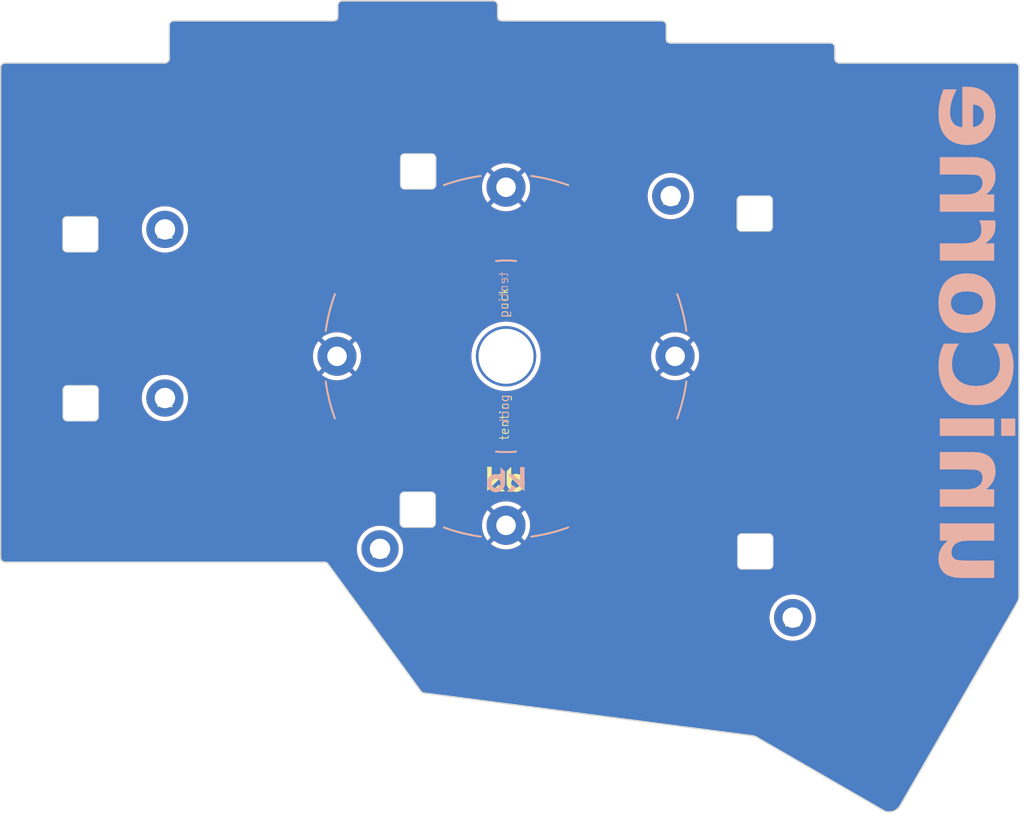
<source format=kicad_pcb>
(kicad_pcb (version 20221018) (generator pcbnew)
  (layers (0 "F.Cu" signal) (31 "B.Cu" signal) (34 "B.Paste" user) (35 "F.Paste" user) (36 "B.SilkS" user "B.Silkscreen") (37 "F.SilkS" user "F.Silkscreen") (38 "B.Mask" user) (39 "F.Mask" user) (44 "Edge.Cuts" user))
  (net 0 "")
  (net 1 "GND")
  (footprint "KBD_PARTS:M2_Hole_TH" (layer "F.Cu") (at 98.39 105.846905)
    (fp_text reference "H2" (at 0 0.5) (layer "F.SilkS"))
    (fp_text value "MountingHole")
    (pad "" thru_hole circle locked (at 0 0.003095) (size 4.2 4.2) (drill 2.3) (layers "*.Cu" "*.Mask"))
  )
  (footprint "KBD_PARTS:M2_Hole_TH" (layer "F.Cu") (at 122.63 122.846905)
    (fp_text reference "H4" (at 0 0.5) (layer "F.SilkS"))
    (fp_text value "MountingHole")
    (pad "" thru_hole circle locked (at 0 0) (size 4.2 4.2) (drill 2.3) (layers "*.Cu" "*.Mask"))
  )
  (footprint "KBD_PARTS:M2_Hole_TH" (layer "F.Cu") (at 98.39 86.846905)
    (fp_text reference "H1" (at 0 0.5) (layer "F.SilkS"))
    (fp_text value "MountingHole")
    (pad "" thru_hole circle locked (at 0 0) (size 4.2 4.2) (drill 2.3) (layers "*.Cu" "*.Mask"))
  )
  (footprint "KBD_PARTS:M2_Hole_TH" (layer "F.Cu") (at 169.13 130.596905)
    (fp_text reference "H3" (at 0 0.5) (layer "F.SilkS"))
    (fp_text value "MountingHole")
    (pad "" thru_hole circle locked (at 0 0) (size 4.2 4.2) (drill 2.3) (layers "*.Cu" "*.Mask"))
  )
  (footprint "KBD_PARTS:M2_Hole_TH" (layer "F.Cu") (at 155.39 83.096905)
    (fp_text reference "H5" (at 0 0.5) (layer "F.SilkS"))
    (fp_text value "MountingHole")
    (pad "" thru_hole circle locked (at 0 0) (size 4.2 4.2) (drill 2.3) (layers "*.Cu" "*.Mask"))
  )
  (footprint "PCM_marbastlib-various:SplitkbTentingPuck" (layer "F.Cu") (at 136.83 101.146905)
    (fp_text reference "J3")
    (fp_text value "Tenting Puck")
    (fp_text user "puck" (at -0.1905 6.0325 90 unlocked) (layer "B.SilkS") (effects (font (thickness 0.1)) (justify mirror)))
    (fp_text user "tenting" (at -0.254 -6.9215 90) (layer "B.SilkS") (effects (font (thickness 0.1)) (justify mirror)))
    (fp_text user "tenting" (at -0.1905 6.858 90) (layer "F.SilkS") (effects (font (thickness 0.1))))
    (fp_text user "puck" (at -0.254 -6.0325 90) (layer "F.SilkS") (effects (font (thickness 0.1))))
    (fp_arc (start -20.32 -2.8575) (mid -19.91151 -4.959784) (end -19.286136 -7.008044) (stroke (width 0.2)) (layer "B.SilkS"))
    (fp_arc (start -19.286135 7.008046) (mid -19.91151 4.959785) (end -20.32 2.8575) (stroke (width 0.2)) (layer "B.SilkS"))
    (fp_arc (start -7.008046 -19.286135) (mid -4.959785 -19.91151) (end -2.8575 -20.32) (stroke (width 0.2)) (layer "B.SilkS"))
    (fp_arc (start -2.8575 20.32) (mid -4.959785 19.91151) (end -7.008045 19.286135) (stroke (width 0.2)) (layer "B.SilkS"))
    (fp_arc (start -1.128385 -10.735864) (mid -0.564967 -10.780206) (end 0 -10.795) (stroke (width 0.2)) (layer "B.SilkS"))
    (fp_arc (start 0 -10.795) (mid 0.564967 -10.780206) (end 1.128385 -10.735864) (stroke (width 0.2)) (layer "B.SilkS"))
    (fp_arc (start 0 10.795) (mid -0.564967 10.780206) (end -1.128385 10.735864) (stroke (width 0.2)) (layer "B.SilkS"))
    (fp_arc (start 1.128385 10.735864) (mid 0.564967 10.780206) (end 0 10.795) (stroke (width 0.2)) (layer "B.SilkS"))
    (fp_arc (start 2.8575 -20.32) (mid 4.959787 -19.91151) (end 7.008049 -19.286134) (stroke (width 0.2)) (layer "B.SilkS"))
    (fp_arc (start 7.008045 19.286135) (mid 4.959785 19.91151) (end 2.8575 20.32) (stroke (width 0.2)) (layer "B.SilkS"))
    (fp_arc (start 19.286134 -7.008048) (mid 19.91151 -4.959786) (end 20.32 -2.8575) (stroke (width 0.2)) (layer "B.SilkS"))
    (fp_arc (start 20.32 2.8575) (mid 19.91151 4.959786) (end 19.286134 7.008048) (stroke (width 0.2)) (layer "B.SilkS"))
    (fp_poly (pts (xy 1.584498 14.118044) (xy 0.781552 13.315344) (xy 0.493184 13.318438) (xy 0.204816 13.321531) (xy 1.05204 14.181668) (xy 1.169965 14.301391) (xy 1.284764 14.41794) (xy 1.395218 14.53008) (xy 1.50011 14.636573) (xy 1.598222 14.736184) (xy 1.688337 14.827677) (xy 1.769236 14.909814) (xy 1.839703 14.981359) (xy 1.898519 15.041077) (xy 1.944466 15.087731) (xy 1.976327 15.120084) (xy 1.990108 15.13408) (xy 2.080952 15.226356) (xy 2.080952 12.484486) (xy 1.584498 12.484486) (xy 1.584498 14.118044)) (stroke (width 0.01)) (fill solid) (layer "B.SilkS"))
    (fp_poly (pts (xy 0.777718 14.524575) (xy 0.755015 14.547438) (xy 0.720536 14.582969) (xy 0.676267 14.629061) (xy 0.6242 14.683607) (xy 0.566321 14.744501) (xy 0.504622 14.809636) (xy 0.441089 14.876906) (xy 0.377714 14.944204) (xy 0.316484 15.009423) (xy 0.259388 15.070458) (xy 0.208416 15.125201) (xy 0.165556 15.171546) (xy 0.132798 15.207386) (xy 0.11213 15.230615) (xy 0.109837 15.233306) (xy 0.081536 15.266941) (xy 0.70155 15.266941) (xy 0.8749 15.090872) (xy 0.928642 15.036129) (xy 0.978925 14.984616) (xy 1.022741 14.939436) (xy 1.057087 14.90369) (xy 1.078955 14.880481) (xy 1.082132 14.876989) (xy 1.116014 14.839174) (xy 0.954979 14.67783) (xy 0.905266 14.628375) (xy 0.861042 14.58505) (xy 0.824895 14.550337) (xy 0.799413 14.526717) (xy 0.787184 14.516669) (xy 0.786653 14.516486) (xy 0.777718 14.524575)) (stroke (width 0.01)) (fill solid) (layer "B.SilkS"))
    (fp_poly (pts (xy -0.620536 12.983827) (xy -0.620728 13.088067) (xy -0.621217 13.184812) (xy -0.621967 13.271698) (xy -0.622943 13.34636) (xy -0.624112 13.406435) (xy -0.625439 13.449558) (xy -0.626888 13.473365) (xy -0.627796 13.477395) (xy -0.640227 13.471081) (xy -0.665073 13.454738) (xy -0.689207 13.437536) (xy -0.803904 13.366814) (xy -0.92612 13.31771) (xy -1.056503 13.290034) (xy -1.195704 13.283596) (xy -1.213516 13.284264) (xy -1.303151 13.290816) (xy -1.379634 13.302753) (xy -1.451286 13.322245) (xy -1.526424 13.351462) (xy -1.596275 13.384101) (xy -1.724208 13.459394) (xy -1.837128 13.551374) (xy -1.934022 13.658363) (xy -2.01388 13.778688) (xy -2.07569 13.910673) (xy -2.118442 14.052642) (xy -2.141123 14.202921) (xy -2.144684 14.292591) (xy -2.134393 14.445069) (xy -2.103037 14.589633) (xy -2.049892 14.728869) (xy -1.992637 14.835788) (xy -1.906925 14.956081) (xy -1.805312 15.06093) (xy -1.689979 15.149252) (xy -1.563104 15.219966) (xy -1.426868 15.271989) (xy -1.283449 15.304242) (xy -1.135028 15.315641) (xy -1.034782 15.311158) (xy -0.890174 15.286277) (xy -0.749606 15.240002) (xy -0.616433 15.174023) (xy -0.494013 15.090026) (xy -0.385701 14.9897) (xy -0.377307 14.980534) (xy -0.296176 14.876414) (xy -0.226484 14.758232) (xy -0.171318 14.632369) (xy -0.133765 14.505209) (xy -0.124896 14.458759) (xy -0.122283 14.430364) (xy -0.119938 14.380292) (xy -0.118469 14.329958) (xy -0.614807 14.329958) (xy -0.625379 14.427507) (xy -0.655811 14.521526) (xy -0.684465 14.575671) (xy -0.751399 14.663954) (xy -0.83088 14.734831) (xy -0.920312 14.787324) (xy -1.017098 14.820456) (xy -1.118639 14.83325) (xy -1.22234 14.824729) (xy -1.295167 14.805441) (xy -1.338164 14.789355) (xy -1.379069 14.771995) (xy -1.395236 14.764219) (xy -1.440522 14.733215) (xy -1.489845 14.687021) (xy -1.537902 14.631565) (xy -1.579387 14.572771) (xy -1.600875 14.534444) (xy -1.621056 14.490198) (xy -1.633701 14.45159) (xy -1.641058 14.409298) (xy -1.645376 14.353995) (xy -1.645658 14.348705) (xy -1.64229 14.24146) (xy -1.619434 14.143568) (xy -1.575782 14.050145) (xy -1.558012 14.021616) (xy -1.49347 13.943712) (xy -1.414653 13.881542) (xy -1.325017 13.836046) (xy -1.228018 13.808168) (xy -1.127114 13.798848) (xy -1.025762 13.80903) (xy -0.927416 13.839655) (xy -0.913413 13.845941) (xy -0.825461 13.89889) (xy -0.751471 13.967104) (xy -0.692428 14.04745) (xy -0.649315 14.136797) (xy -0.623113 14.23201) (xy -0.614807 14.329958) (xy -0.118469 14.329958) (xy -0.117885 14.309955) (xy -0.116146 14.220766) (xy -0.114743 14.114137) (xy -0.113699 13.991481) (xy -0.113035 13.854209) (xy -0.112774 13.703735) (xy -0.112771 13.691999) (xy -0.112684 13.000285) (xy -0.620388 12.490259) (xy -0.620536 12.983827)) (stroke (width 0.01)) (fill solid) (layer "B.SilkS"))
    (fp_arc (start -20.32 -2.8575) (mid -19.91151 -4.959786) (end -19.286134 -7.008048) (stroke (width 0.2)) (layer "F.SilkS"))
    (fp_arc (start -19.286134 7.008047) (mid -19.91151 4.959786) (end -20.32 2.8575) (stroke (width 0.2)) (layer "F.SilkS"))
    (fp_arc (start -7.008048 -19.286134) (mid -4.959786 -19.91151) (end -2.8575 -20.32) (stroke (width 0.2)) (layer "F.SilkS"))
    (fp_arc (start -2.8575 20.32) (mid -4.959785 19.91151) (end -7.008046 19.286135) (stroke (width 0.2)) (layer "F.SilkS"))
    (fp_arc (start -1.128385 -10.735864) (mid -0.564967 -10.780206) (end 0 -10.795) (stroke (width 0.2)) (layer "F.SilkS"))
    (fp_arc (start 0 -10.795) (mid 0.564967 -10.780206) (end 1.128385 -10.735864) (stroke (width 0.2)) (layer "F.SilkS"))
    (fp_arc (start 0 10.795) (mid -0.564967 10.780206) (end -1.128385 10.735864) (stroke (width 0.2)) (layer "F.SilkS"))
    (fp_arc (start 1.128385 10.735864) (mid 0.564967 10.780206) (end 0 10.795) (stroke (width 0.2)) (layer "F.SilkS"))
    (fp_arc (start 2.8575 -20.32) (mid 4.959786 -19.91151) (end 7.008047 -19.286134) (stroke (width 0.2)) (layer "F.SilkS"))
    (fp_arc (start 7.008047 19.286134) (mid 4.959786 19.91151) (end 2.8575 20.32) (stroke (width 0.2)) (layer "F.SilkS"))
    (fp_arc (start 19.286135 -7.008045) (mid 19.91151 -4.959785) (end 20.32 -2.8575) (stroke (width 0.2)) (layer "F.SilkS"))
    (fp_arc (start 20.32 2.8575) (mid 19.91151 4.959785) (end 19.286135 7.008046) (stroke (width 0.2)) (layer "F.SilkS"))
    (fp_poly (pts (xy -1.626755 14.081867) (xy -0.823809 13.279167) (xy -0.535441 13.282261) (xy -0.247073 13.285354) (xy -1.094297 14.145491) (xy -1.212222 14.265214) (xy -1.327021 14.381763) (xy -1.437475 14.493903) (xy -1.542367 14.600396) (xy -1.640479 14.700007) (xy -1.730594 14.7915) (xy -1.811493 14.873637) (xy -1.88196 14.945182) (xy -1.940776 15.0049) (xy -1.986723 15.051554) (xy -2.018584 15.083907) (xy -2.032365 15.097903) (xy -2.123209 15.190179) (xy -2.123209 12.448309) (xy -1.626755 12.448309) (xy -1.626755 14.081867)) (stroke (width 0.01)) (fill solid) (layer "F.SilkS"))
    (fp_poly (pts (xy -0.819975 14.488398) (xy -0.797272 14.511261) (xy -0.762793 14.546792) (xy -0.718524 14.592884) (xy -0.666457 14.64743) (xy -0.608578 14.708324) (xy -0.546879 14.773459) (xy -0.483346 14.840729) (xy -0.419971 14.908027) (xy -0.358741 14.973246) (xy -0.301645 15.034281) (xy -0.250673 15.089024) (xy -0.207813 15.135369) (xy -0.175055 15.171209) (xy -0.154387 15.194438) (xy -0.152094 15.197129) (xy -0.123793 15.230764) (xy -0.743807 15.230764) (xy -0.917157 15.054695) (xy -0.970899 14.999952) (xy -1.021182 14.948439) (xy -1.064998 14.903259) (xy -1.099344 14.867513) (xy -1.121212 14.844304) (xy -1.124389 14.840812) (xy -1.158271 14.802997) (xy -0.997236 14.641653) (xy -0.947523 14.592198) (xy -0.903299 14.548873) (xy -0.867152 14.51416) (xy -0.84167 14.49054) (xy -0.829441 14.480492) (xy -0.82891 14.480309) (xy -0.819975 14.488398)) (stroke (width 0.01)) (fill solid) (layer "F.SilkS"))
    (fp_poly (pts (xy 0.578279 12.94765) (xy 0.578471 13.05189) (xy 0.57896 13.148635) (xy 0.57971 13.235521) (xy 0.580686 13.310183) (xy 0.581855 13.370258) (xy 0.583182 13.413381) (xy 0.584631 13.437188) (xy 0.585539 13.441218) (xy 0.59797 13.434904) (xy 0.622816 13.418561) (xy 0.64695 13.401359) (xy 0.761647 13.330637) (xy 0.883863 13.281533) (xy 1.014246 13.253857) (xy 1.153447 13.247419) (xy 1.171259 13.248087) (xy 1.260894 13.254639) (xy 1.337377 13.266576) (xy 1.409029 13.286068) (xy 1.484167 13.315285) (xy 1.554018 13.347924) (xy 1.681951 13.423217) (xy 1.794871 13.515197) (xy 1.891765 13.622186) (xy 1.971623 13.742511) (xy 2.033433 13.874496) (xy 2.076185 14.016465) (xy 2.098866 14.166744) (xy 2.102427 14.256414) (xy 2.092136 14.408892) (xy 2.06078 14.553456) (xy 2.007635 14.692692) (xy 1.95038 14.799611) (xy 1.864668 14.919904) (xy 1.763055 15.024753) (xy 1.647722 15.113075) (xy 1.520847 15.183789) (xy 1.384611 15.235812) (xy 1.241192 15.268065) (xy 1.092771 15.279464) (xy 0.992525 15.274981) (xy 0.847917 15.2501) (xy 0.707349 15.203825) (xy 0.574176 15.137846) (xy 0.451756 15.053849) (xy 0.343444 14.953523) (xy 0.33505 14.944357) (xy 0.253919 14.840237) (xy 0.184227 14.722055) (xy 0.129061 14.596192) (xy 0.091508 14.469032) (xy 0.082639 14.422582) (xy 0.080026 14.394187) (xy 0.077681 14.344115) (xy 0.076212 14.293781) (xy 0.57255 14.293781) (xy 0.583122 14.39133) (xy 0.613554 14.485349) (xy 0.642208 14.539494) (xy 0.709142 14.627777) (xy 0.788623 14.698654) (xy 0.878055 14.751147) (xy 0.974841 14.784279) (xy 1.076382 14.797073) (xy 1.180083 14.788552) (xy 1.25291 14.769264) (xy 1.295907 14.753178) (xy 1.336812 14.735818) (xy 1.352979 14.728042) (xy 1.398265 14.697038) (xy 1.447588 14.650844) (xy 1.495645 14.595388) (xy 1.53713 14.536594) (xy 1.558618 14.498267) (xy 1.578799 14.454021) (xy 1.591444 14.415413) (xy 1.598801 14.373121) (xy 1.603119 14.317818) (xy 1.603401 14.312528) (xy 1.600033 14.205283) (xy 1.577177 14.107391) (xy 1.533525 14.013968) (xy 1.515755 13.985439) (xy 1.451213 13.907535) (xy 1.372396 13.845365) (xy 1.28276 13.799869) (xy 1.185761 13.771991) (xy 1.084857 13.762671) (xy 0.983505 13.772853) (xy 0.885159 13.803478) (xy 0.871156 13.809764) (xy 0.783204 13.862713) (xy 0.709214 13.930927) (xy 0.650171 14.011273) (xy 0.607058 14.10062) (xy 0.580856 14.195833) (xy 0.57255 14.293781) (xy 0.076212 14.293781) (xy 0.075628 14.273778) (xy 0.073889 14.184589) (xy 0.072486 14.07796) (xy 0.071442 13.955304) (xy 0.070778 13.818032) (xy 0.070517 13.667558) (xy 0.070514 13.655822) (xy 0.070427 12.964108) (xy 0.578131 12.454082) (xy 0.578279 12.94765)) (stroke (width 0.01)) (fill solid) (layer "F.SilkS"))
    (pad "" thru_hole circle locked (at 0 0) (size 6.8 6.8) (drill 6.2) (layers "*.Cu" "*.Mask"))
    (pad "1" thru_hole circle locked (at -19.05 0) (size 4.4 4.4) (drill 2.2) (layers "*.Cu" "*.Mask") (net 1 "GND"))
    (pad "1" thru_hole circle locked (at 0 -19.05) (size 4.4 4.4) (drill 2.2) (layers "*.Cu" "*.Mask") (net 1 "GND"))
    (pad "1" thru_hole circle locked (at 0 19.05) (size 4.4 4.4) (drill 2.2) (layers "*.Cu" "*.Mask") (net 1 "GND"))
    (pad "1" thru_hole circle locked (at 19.05 0) (size 4.4 4.4) (drill 2.2) (layers "*.Cu" "*.Mask") (net 1 "GND"))
  )
  (gr_line (start 87.346567 89.397697) (end 90.370385 89.397697) (stroke (width 0.1)) (layer "Edge.Cuts"))
  (gr_line (start 117.88 61.596905) (end 117.88 62.846905) (stroke (width 0.15)) (layer "Edge.Cuts"))
  (gr_line (start 163.346567 87.066309) (end 166.370385 87.066309) (stroke (width 0.1)) (layer "Edge.Cuts"))
  (gr_line (start 128.880792 119.950338) (end 128.880792 116.925132) (stroke (width 0.1)) (layer "Edge.Cuts"))
  (gr_line (start 154.88 65.346905) (end 154.88 63.846905) (stroke (width 0.15)) (layer "Edge.Cuts"))
  (gr_line (start 166.860792 86.580338) (end 166.860792 83.555132) (stroke (width 0.1)) (layer "Edge.Cuts"))
  (gr_arc (start 166.433433 121.132084) (mid 166.774244 121.279726) (end 166.910792 121.625132) (stroke (width 0.1)) (layer "Edge.Cuts"))
  (gr_arc (start 98.88 63.846905) (mid 99.026447 63.493352) (end 99.38 63.346905) (stroke (width 0.15)) (layer "Edge.Cuts"))
  (gr_arc (start 174.38 68.096905) (mid 174.026447 67.950458) (end 173.88 67.596905) (stroke (width 0.15)) (layer "Edge.Cuts"))
  (gr_arc (start 124.926567 78.792084) (mid 125.074435 78.450322) (end 125.420204 78.312084) (stroke (width 0.1)) (layer "Edge.Cuts"))
  (gr_line (start 90.860792 88.911726) (end 90.860792 85.88652) (stroke (width 0.1)) (layer "Edge.Cuts"))
  (gr_line (start 116.73 124.496905) (end 127.28 138.946905) (stroke (width 0.15)) (layer "Edge.Cuts"))
  (gr_arc (start 128.880792 119.950338) (mid 128.735347 120.293993) (end 128.390385 120.436309) (stroke (width 0.1)) (layer "Edge.Cuts"))
  (gr_line (start 86.906567 104.912084) (end 86.906567 107.945902) (stroke (width 0.1)) (layer "Edge.Cuts"))
  (gr_arc (start 194.13 68.096905) (mid 194.483553 68.243352) (end 194.63 68.596905) (stroke (width 0.15)) (layer "Edge.Cuts"))
  (gr_line (start 124.926567 78.792084) (end 124.926567 81.825902) (stroke (width 0.1)) (layer "Edge.Cuts"))
  (gr_arc (start 86.866567 85.873472) (mid 87.014435 85.53171) (end 87.360204 85.393472) (stroke (width 0.1)) (layer "Edge.Cuts"))
  (gr_line (start 90.900792 107.950338) (end 90.900792 104.925132) (stroke (width 0.1)) (layer "Edge.Cuts"))
  (gr_line (start 166.383433 83.062084) (end 163.360204 83.062084) (stroke (width 0.1)) (layer "Edge.Cuts"))
  (gr_arc (start 155.38 65.846905) (mid 155.026447 65.700458) (end 154.88 65.346905) (stroke (width 0.15)) (layer "Edge.Cuts"))
  (gr_line (start 162.866567 83.542084) (end 162.866567 86.575902) (stroke (width 0.1)) (layer "Edge.Cuts"))
  (gr_arc (start 166.383433 83.062084) (mid 166.725167 83.209566) (end 166.863433 83.555132) (stroke (width 0.1)) (layer "Edge.Cuts"))
  (gr_line (start 98.38 68.096905) (end 80.38 68.096905) (stroke (width 0.15)) (layer "Edge.Cuts"))
  (gr_line (start 117.38 63.346905) (end 99.38 63.346905) (stroke (width 0.15)) (layer "Edge.Cuts"))
  (gr_arc (start 194.63 128.071905) (mid 194.575218 128.523573) (end 194.402764 128.944601) (stroke (width 0.15)) (layer "Edge.Cuts"))
  (gr_arc (start 125.366567 120.436309) (mid 125.025 120.290517) (end 124.886567 119.945902) (stroke (width 0.1)) (layer "Edge.Cuts"))
  (gr_line (start 135.88 62.846905) (end 135.88 61.596905) (stroke (width 0.15)) (layer "Edge.Cuts"))
  (gr_line (start 86.866567 85.873472) (end 86.866567 88.90729) (stroke (width 0.1)) (layer "Edge.Cuts"))
  (gr_arc (start 135.38 61.096905) (mid 135.733553 61.243352) (end 135.88 61.596905) (stroke (width 0.15)) (layer "Edge.Cuts"))
  (gr_arc (start 127.63 139.096905) (mid 127.438658 139.058845) (end 127.276447 138.950458) (stroke (width 0.15)) (layer "Edge.Cuts"))
  (gr_line (start 181.18 151.871905) (end 194.405 128.946905) (stroke (width 0.15)) (layer "Edge.Cuts"))
  (gr_line (start 128.403433 116.432084) (end 125.380204 116.432084) (stroke (width 0.1)) (layer "Edge.Cuts"))
  (gr_arc (start 80.38 124.346905) (mid 80.026447 124.200458) (end 79.88 123.846905) (stroke (width 0.15)) (layer "Edge.Cuts"))
  (gr_arc (start 164.300556 143.867249) (mid 164.630952 143.916054) (end 164.955 143.996905) (stroke (width 0.15)) (layer "Edge.Cuts"))
  (gr_line (start 98.88 63.846905) (end 98.88 67.596905) (stroke (width 0.15)) (layer "Edge.Cuts"))
  (gr_line (start 173.38 65.846905) (end 155.38 65.846905) (stroke (width 0.15)) (layer "Edge.Cuts"))
  (gr_arc (start 128.920792 81.830338) (mid 128.775347 82.173993) (end 128.430385 82.316309) (stroke (width 0.1)) (layer "Edge.Cuts"))
  (gr_line (start 124.886567 116.912084) (end 124.886567 119.945902) (stroke (width 0.1)) (layer "Edge.Cuts"))
  (gr_arc (start 90.900792 107.950338) (mid 90.755347 108.293993) (end 90.410385 108.436309) (stroke (width 0.1)) (layer "Edge.Cuts"))
  (gr_line (start 116.38 124.346905) (end 80.38 124.346905) (stroke (width 0.15)) (layer "Edge.Cuts"))
  (gr_line (start 127.63 139.096905) (end 164.300556 143.867249) (stroke (width 0.15)) (layer "Edge.Cuts"))
  (gr_line (start 163.396567 125.136309) (end 166.420385 125.136309) (stroke (width 0.1)) (layer "Edge.Cuts"))
  (gr_arc (start 116.38 124.346905) (mid 116.571342 124.384965) (end 116.733553 124.493352) (stroke (width 0.15)) (layer "Edge.Cuts"))
  (gr_arc (start 154.38 63.346905) (mid 154.733553 63.493352) (end 154.88 63.846905) (stroke (width 0.15)) (layer "Edge.Cuts"))
  (gr_arc (start 125.406567 82.316309) (mid 125.065 82.170517) (end 124.926567 81.825902) (stroke (width 0.1)) (layer "Edge.Cuts"))
  (gr_arc (start 124.886567 116.912084) (mid 125.034435 116.570322) (end 125.380204 116.432084) (stroke (width 0.1)) (layer "Edge.Cuts"))
  (gr_arc (start 163.346567 87.066309) (mid 163.005 86.920517) (end 162.866567 86.575902) (stroke (width 0.1)) (layer "Edge.Cuts"))
  (gr_arc (start 87.386567 108.436309) (mid 87.045 108.290517) (end 86.906567 107.945902) (stroke (width 0.1)) (layer "Edge.Cuts"))
  (gr_arc (start 117.88 62.846905) (mid 117.733553 63.200458) (end 117.38 63.346905) (stroke (width 0.15)) (layer "Edge.Cuts"))
  (gr_arc (start 87.346567 89.397697) (mid 87.005 89.251905) (end 86.866567 88.90729) (stroke (width 0.1)) (layer "Edge.Cuts"))
  (gr_arc (start 163.396567 125.136309) (mid 163.055 124.990517) (end 162.916567 124.645902) (stroke (width 0.1)) (layer "Edge.Cuts"))
  (gr_line (start 194.13 68.096905) (end 174.38 68.096905) (stroke (width 0.15)) (layer "Edge.Cuts"))
  (gr_arc (start 162.866567 83.542084) (mid 163.014435 83.200322) (end 163.360204 83.062084) (stroke (width 0.1)) (layer "Edge.Cuts"))
  (gr_arc (start 136.38 63.346905) (mid 136.026447 63.200458) (end 135.88 62.846905) (stroke (width 0.15)) (layer "Edge.Cuts"))
  (gr_arc (start 173.38 65.846905) (mid 173.733553 65.993352) (end 173.88 66.346905) (stroke (width 0.15)) (layer "Edge.Cuts"))
  (gr_line (start 79.88 68.596905) (end 79.88 123.846905) (stroke (width 0.15)) (layer "Edge.Cuts"))
  (gr_line (start 90.383433 85.393472) (end 87.360204 85.393472) (stroke (width 0.1)) (layer "Edge.Cuts"))
  (gr_line (start 128.920792 81.830338) (end 128.920792 78.805132) (stroke (width 0.1)) (layer "Edge.Cuts"))
  (gr_line (start 128.443433 78.312084) (end 125.420204 78.312084) (stroke (width 0.1)) (layer "Edge.Cuts"))
  (gr_arc (start 90.860792 88.911726) (mid 90.715351 89.255384) (end 90.370385 89.397697) (stroke (width 0.1)) (layer "Edge.Cuts"))
  (gr_arc (start 128.443433 78.312084) (mid 128.784244 78.459726) (end 128.920792 78.805132) (stroke (width 0.1)) (layer "Edge.Cuts"))
  (gr_line (start 154.38 63.346905) (end 136.38 63.346905) (stroke (width 0.15)) (layer "Edge.Cuts"))
  (gr_line (start 87.386567 108.436309) (end 90.410385 108.436309) (stroke (width 0.1)) (layer "Edge.Cuts"))
  (gr_line (start 135.38 61.096905) (end 118.38 61.096905) (stroke (width 0.15)) (layer "Edge.Cuts"))
  (gr_arc (start 128.403433 116.432084) (mid 128.744244 116.579726) (end 128.880792 116.925132) (stroke (width 0.1)) (layer "Edge.Cuts"))
  (gr_arc (start 181.172949 151.875488) (mid 180.307399 152.460121) (end 179.28 152.271905) (stroke (width 0.15)) (layer "Edge.Cuts"))
  (gr_arc (start 90.383433 85.393472) (mid 90.724241 85.541117) (end 90.860792 85.88652) (stroke (width 0.1)) (layer "Edge.Cuts"))
  (gr_line (start 125.366567 120.436309) (end 128.390385 120.436309) (stroke (width 0.1)) (layer "Edge.Cuts"))
  (gr_arc (start 162.916567 121.612084) (mid 163.064435 121.270322) (end 163.410204 121.132084) (stroke (width 0.1)) (layer "Edge.Cuts"))
  (gr_line (start 194.63 68.596905) (end 194.63 128.071905) (stroke (width 0.15)) (layer "Edge.Cuts"))
  (gr_arc (start 166.910792 124.650338) (mid 166.765347 124.993993) (end 166.420385 125.136309) (stroke (width 0.1)) (layer "Edge.Cuts"))
  (gr_line (start 90.423433 104.432084) (end 87.400204 104.432084) (stroke (width 0.1)) (layer "Edge.Cuts"))
  (gr_arc (start 117.88 61.596905) (mid 118.026447 61.243352) (end 118.38 61.096905) (stroke (width 0.15)) (layer "Edge.Cuts"))
  (gr_line (start 164.955 143.996905) (end 179.28 152.271905) (stroke (width 0.15)) (layer "Edge.Cuts"))
  (gr_arc (start 79.88 68.596905) (mid 80.026447 68.243352) (end 80.38 68.096905) (stroke (width 0.15)) (layer "Edge.Cuts"))
  (gr_line (start 166.910792 124.650338) (end 166.910792 121.625132) (stroke (width 0.1)) (layer "Edge.Cuts"))
  (gr_arc (start 86.906567 104.912084) (mid 87.054435 104.570322) (end 87.400204 104.432084) (stroke (width 0.1)) (layer "Edge.Cuts"))
  (gr_arc (start 166.860792 86.580338) (mid 166.715347 86.923993) (end 166.370385 87.066309) (stroke (width 0.1)) (layer "Edge.Cuts"))
  (gr_line (start 166.433433 121.132084) (end 163.410204 121.132084) (stroke (width 0.1)) (layer "Edge.Cuts"))
  (gr_line (start 162.916567 121.612084) (end 162.916567 124.645902) (stroke (width 0.1)) (layer "Edge.Cuts"))
  (gr_arc (start 98.88 67.596905) (mid 98.733553 67.950458) (end 98.38 68.096905) (stroke (width 0.15)) (layer "Edge.Cuts"))
  (gr_arc (start 90.423433 104.432084) (mid 90.764244 104.579726) (end 90.900792 104.925132) (stroke (width 0.1)) (layer "Edge.Cuts"))
  (gr_line (start 125.406567 82.316309) (end 128.430385 82.316309) (stroke (width 0.1)) (layer "Edge.Cuts"))
  (gr_line (start 173.88 66.346905) (end 173.88 67.596905) (stroke (width 0.15)) (layer "Edge.Cuts"))
  (gr_text "uniCorne" (at 184.36 70.28 270) (layer "B.Cu") (effects (font (size 8 8) (thickness 2) bold) (justify left bottom)))
  (gr_text "uniCorne" (at 184.35 127 270) (layer "B.SilkS") (effects (font (size 8 8) (thickness 2) bold) (justify left bottom mirror)))
  (zone (net 1) (net_name "GND") (layer "F.Cu") (connect_pads (clearance 0.508)) (min_thickness 0.254) (fill yes (thermal_gap 0.508) (thermal_bridge_width 0.508))
    (polygon (pts (xy 194.58 67.996905) (xy 173.88 67.996905) (xy 173.88 65.796905) (xy 154.88 65.796905) (xy 154.88 63.296905) (xy 135.88 63.296905) (xy 135.88 60.996905) (xy 117.88 60.996905) (xy 117.88 63.296905) (xy 98.91 63.43) (xy 98.78 67.996905) (xy 79.84 68.05) (xy 79.91 124.3) (xy 116.48 124.296905) (xy 127.48 139.096905) (xy 164.92 143.99) (xy 180.5 152.98) (xy 194.68 128.396905) (xy 194.68 67.996905)))
  )
  (zone (net 1) (net_name "GND") (layer "B.Cu") (connect_pads (clearance 0.508)) (min_thickness 0.254) (fill yes (thermal_gap 0.508) (thermal_bridge_width 0.508))
    (polygon (pts (xy 194.58 67.996905) (xy 173.88 67.996905) (xy 173.88 65.796905) (xy 154.88 65.796905) (xy 154.88 63.296905) (xy 135.88 63.296905) (xy 135.88 60.996905) (xy 117.88 60.996905) (xy 117.88 63.296905) (xy 98.88 63.35) (xy 98.78 67.996905) (xy 79.87 68.04) (xy 79.88 124.37) (xy 116.48 124.296905) (xy 127.48 139.096905) (xy 164.89 143.99) (xy 180.5 152.96) (xy 194.68 128.396905) (xy 194.68 67.996905)))
  )
)
</source>
